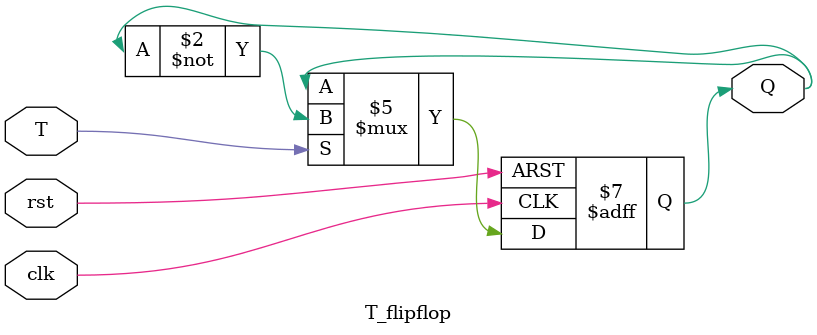
<source format=v>
module T_flipflop (
    input  wire clk, rst, T,
    output reg Q 	  
);

  initial begin
     Q<=1'b0;
	 end
  
  
	 always @(posedge clk or posedge rst) begin
	
        if (rst)
            Q <= 1'b0;       // Reset
        else if (T)
            Q <= ~Q;         // Toggle if T=1
        else
            Q <= Q;          // Hold if T=0
    end
endmodule

</source>
